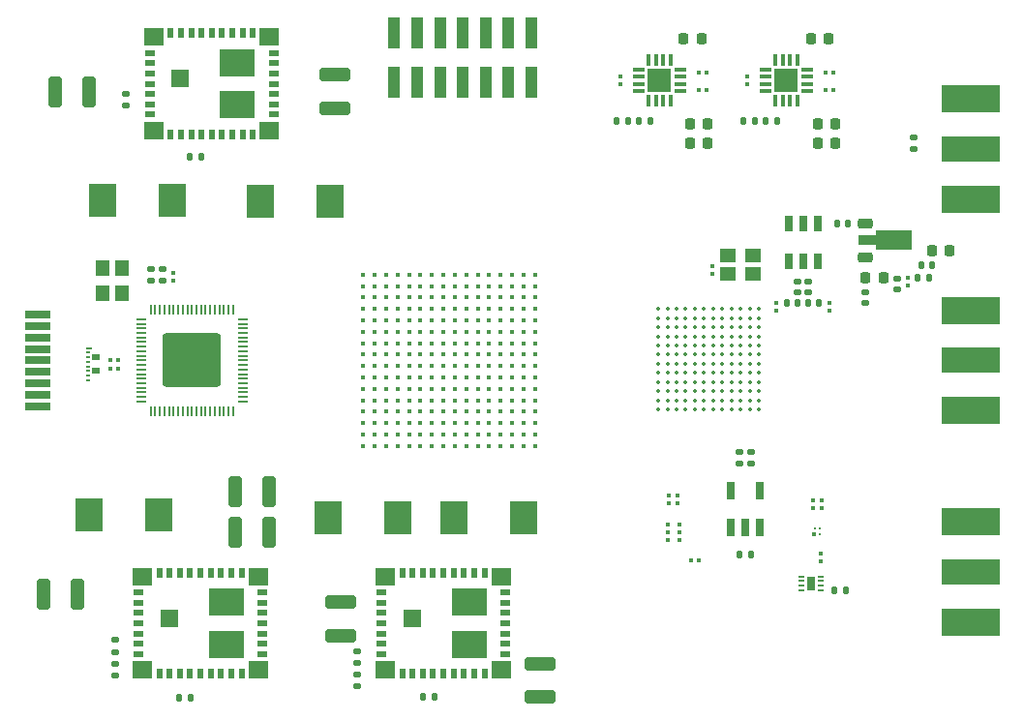
<source format=gtp>
%TF.GenerationSoftware,KiCad,Pcbnew,8.0.1*%
%TF.CreationDate,2024-04-14T19:48:43+02:00*%
%TF.ProjectId,start_1,73746172-745f-4312-9e6b-696361645f70,rev?*%
%TF.SameCoordinates,Original*%
%TF.FileFunction,Paste,Top*%
%TF.FilePolarity,Positive*%
%FSLAX46Y46*%
G04 Gerber Fmt 4.6, Leading zero omitted, Abs format (unit mm)*
G04 Created by KiCad (PCBNEW 8.0.1) date 2024-04-14 19:48:43*
%MOMM*%
%LPD*%
G01*
G04 APERTURE LIST*
G04 Aperture macros list*
%AMRoundRect*
0 Rectangle with rounded corners*
0 $1 Rounding radius*
0 $2 $3 $4 $5 $6 $7 $8 $9 X,Y pos of 4 corners*
0 Add a 4 corners polygon primitive as box body*
4,1,4,$2,$3,$4,$5,$6,$7,$8,$9,$2,$3,0*
0 Add four circle primitives for the rounded corners*
1,1,$1+$1,$2,$3*
1,1,$1+$1,$4,$5*
1,1,$1+$1,$6,$7*
1,1,$1+$1,$8,$9*
0 Add four rect primitives between the rounded corners*
20,1,$1+$1,$2,$3,$4,$5,0*
20,1,$1+$1,$4,$5,$6,$7,0*
20,1,$1+$1,$6,$7,$8,$9,0*
20,1,$1+$1,$8,$9,$2,$3,0*%
%AMFreePoly0*
4,1,9,3.862500,-0.866500,0.737500,-0.866500,0.737500,-0.450000,-0.737500,-0.450000,-0.737500,0.450000,0.737500,0.450000,0.737500,0.866500,3.862500,0.866500,3.862500,-0.866500,3.862500,-0.866500,$1*%
G04 Aperture macros list end*
%ADD10R,0.355600X1.016000*%
%ADD11R,1.016000X0.355600*%
%ADD12R,2.108200X2.108200*%
%ADD13RoundRect,0.050000X-0.387500X0.050000X-0.387500X-0.050000X0.387500X-0.050000X0.387500X0.050000X0*%
%ADD14RoundRect,0.050000X-0.050000X0.387500X-0.050000X-0.387500X0.050000X-0.387500X0.050000X0.387500X0*%
%ADD15RoundRect,0.250001X-2.294999X2.089999X-2.294999X-2.089999X2.294999X-2.089999X2.294999X2.089999X0*%
%ADD16RoundRect,0.079500X-0.100500X0.079500X-0.100500X-0.079500X0.100500X-0.079500X0.100500X0.079500X0*%
%ADD17RoundRect,0.079500X-0.079500X-0.100500X0.079500X-0.100500X0.079500X0.100500X-0.079500X0.100500X0*%
%ADD18RoundRect,0.225000X-0.425000X-0.225000X0.425000X-0.225000X0.425000X0.225000X-0.425000X0.225000X0*%
%ADD19FreePoly0,0.000000*%
%ADD20R,2.400000X2.900000*%
%ADD21R,1.700000X1.600000*%
%ADD22R,0.600000X0.950000*%
%ADD23R,0.950000X0.600000*%
%ADD24R,1.600000X1.600000*%
%ADD25R,3.100000X2.350000*%
%ADD26R,5.080000X2.290000*%
%ADD27R,5.080000X2.420000*%
%ADD28RoundRect,0.250000X-1.100000X0.325000X-1.100000X-0.325000X1.100000X-0.325000X1.100000X0.325000X0*%
%ADD29RoundRect,0.140000X-0.170000X0.140000X-0.170000X-0.140000X0.170000X-0.140000X0.170000X0.140000X0*%
%ADD30C,0.400000*%
%ADD31RoundRect,0.225000X-0.225000X-0.250000X0.225000X-0.250000X0.225000X0.250000X-0.225000X0.250000X0*%
%ADD32RoundRect,0.079500X0.100500X-0.079500X0.100500X0.079500X-0.100500X0.079500X-0.100500X-0.079500X0*%
%ADD33RoundRect,0.135000X-0.135000X-0.185000X0.135000X-0.185000X0.135000X0.185000X-0.135000X0.185000X0*%
%ADD34RoundRect,0.135000X0.135000X0.185000X-0.135000X0.185000X-0.135000X-0.185000X0.135000X-0.185000X0*%
%ADD35RoundRect,0.250000X0.325000X1.100000X-0.325000X1.100000X-0.325000X-1.100000X0.325000X-1.100000X0*%
%ADD36RoundRect,0.147500X-0.147500X-0.172500X0.147500X-0.172500X0.147500X0.172500X-0.147500X0.172500X0*%
%ADD37RoundRect,0.140000X-0.140000X-0.170000X0.140000X-0.170000X0.140000X0.170000X-0.140000X0.170000X0*%
%ADD38RoundRect,0.218750X0.218750X0.256250X-0.218750X0.256250X-0.218750X-0.256250X0.218750X-0.256250X0*%
%ADD39R,0.736600X1.447800*%
%ADD40R,0.600000X0.200000*%
%ADD41R,0.750000X1.250000*%
%ADD42RoundRect,0.135000X-0.185000X0.135000X-0.185000X-0.135000X0.185000X-0.135000X0.185000X0.135000X0*%
%ADD43R,1.400000X1.150000*%
%ADD44R,0.990600X2.743200*%
%ADD45R,2.300000X0.700000*%
%ADD46RoundRect,0.140000X0.170000X-0.140000X0.170000X0.140000X-0.170000X0.140000X-0.170000X-0.140000X0*%
%ADD47RoundRect,0.135000X0.185000X-0.135000X0.185000X0.135000X-0.185000X0.135000X-0.185000X-0.135000X0*%
%ADD48R,0.300000X0.300000*%
%ADD49R,0.250000X0.250000*%
%ADD50R,0.760000X1.650000*%
%ADD51RoundRect,0.250000X1.100000X-0.325000X1.100000X0.325000X-1.100000X0.325000X-1.100000X-0.325000X0*%
%ADD52RoundRect,0.140000X0.140000X0.170000X-0.140000X0.170000X-0.140000X-0.170000X0.140000X-0.170000X0*%
%ADD53R,0.330000X0.410000*%
%ADD54C,0.355600*%
%ADD55R,1.200000X1.400000*%
%ADD56R,0.508000X0.254000*%
%ADD57R,0.406400X0.254000*%
%ADD58R,0.660400X0.508000*%
%ADD59RoundRect,0.147500X0.147500X0.172500X-0.147500X0.172500X-0.147500X-0.172500X0.147500X-0.172500X0*%
G04 APERTURE END LIST*
D10*
%TO.C,IC5*%
X213965200Y-163196600D03*
X213330200Y-163196600D03*
X212669800Y-163196600D03*
X212034800Y-163196600D03*
D11*
X211196600Y-164034800D03*
X211196600Y-164669800D03*
X211196600Y-165330200D03*
X211196600Y-165965200D03*
D10*
X212034800Y-166803400D03*
X212669800Y-166803400D03*
X213330200Y-166803400D03*
X213965200Y-166803400D03*
D11*
X214803400Y-165965200D03*
X214803400Y-165330200D03*
X214803400Y-164669800D03*
X214803400Y-164034800D03*
D12*
X213000000Y-165000000D03*
%TD*%
D10*
%TO.C,IC4*%
X202875600Y-163196600D03*
X202240600Y-163196600D03*
X201580200Y-163196600D03*
X200945200Y-163196600D03*
D11*
X200107000Y-164034800D03*
X200107000Y-164669800D03*
X200107000Y-165330200D03*
X200107000Y-165965200D03*
D10*
X200945200Y-166803400D03*
X201580200Y-166803400D03*
X202240600Y-166803400D03*
X202875600Y-166803400D03*
D11*
X203713800Y-165965200D03*
X203713800Y-165330200D03*
X203713800Y-164669800D03*
X203713800Y-164034800D03*
D12*
X201910400Y-165000000D03*
%TD*%
D13*
%TO.C,U4*%
X165437500Y-185900000D03*
X165437500Y-186300000D03*
X165437500Y-186700000D03*
X165437500Y-187100000D03*
X165437500Y-187500000D03*
X165437500Y-187900000D03*
X165437500Y-188300000D03*
X165437500Y-188700000D03*
X165437500Y-189100000D03*
X165437500Y-189500000D03*
X165437500Y-189900000D03*
X165437500Y-190300000D03*
X165437500Y-190700000D03*
X165437500Y-191100000D03*
X165437500Y-191500000D03*
X165437500Y-191900000D03*
X165437500Y-192300000D03*
X165437500Y-192700000D03*
X165437500Y-193100000D03*
D14*
X164600000Y-193937500D03*
X164200000Y-193937500D03*
X163800000Y-193937500D03*
X163400000Y-193937500D03*
X163000000Y-193937500D03*
X162600000Y-193937500D03*
X162200000Y-193937500D03*
X161800000Y-193937500D03*
X161400000Y-193937500D03*
X161000000Y-193937500D03*
X160600000Y-193937500D03*
X160200000Y-193937500D03*
X159800000Y-193937500D03*
X159400000Y-193937500D03*
X159000000Y-193937500D03*
X158600000Y-193937500D03*
X158200000Y-193937500D03*
X157800000Y-193937500D03*
X157400000Y-193937500D03*
D13*
X156562500Y-193100000D03*
X156562500Y-192700000D03*
X156562500Y-192300000D03*
X156562500Y-191900000D03*
X156562500Y-191500000D03*
X156562500Y-191100000D03*
X156562500Y-190700000D03*
X156562500Y-190300000D03*
X156562500Y-189900000D03*
X156562500Y-189500000D03*
X156562500Y-189100000D03*
X156562500Y-188700000D03*
X156562500Y-188300000D03*
X156562500Y-187900000D03*
X156562500Y-187500000D03*
X156562500Y-187100000D03*
X156562500Y-186700000D03*
X156562500Y-186300000D03*
X156562500Y-185900000D03*
D14*
X157400000Y-185062500D03*
X157800000Y-185062500D03*
X158200000Y-185062500D03*
X158600000Y-185062500D03*
X159000000Y-185062500D03*
X159400000Y-185062500D03*
X159800000Y-185062500D03*
X160200000Y-185062500D03*
X160600000Y-185062500D03*
X161000000Y-185062500D03*
X161400000Y-185062500D03*
X161800000Y-185062500D03*
X162200000Y-185062500D03*
X162600000Y-185062500D03*
X163000000Y-185062500D03*
X163400000Y-185062500D03*
X163800000Y-185062500D03*
X164200000Y-185062500D03*
X164600000Y-185062500D03*
D15*
X161000000Y-189500000D03*
%TD*%
D16*
%TO.C,C119*%
X223600000Y-182970000D03*
X223600000Y-182280000D03*
%TD*%
D17*
%TO.C,C98*%
X217115000Y-165850000D03*
X216425000Y-165850000D03*
%TD*%
D18*
%TO.C,U6*%
X219950000Y-177500000D03*
D19*
X220037500Y-179000000D03*
D18*
X219950000Y-180500000D03*
%TD*%
D20*
%TO.C,C76*%
X153200000Y-175500000D03*
X159300000Y-175500000D03*
%TD*%
D16*
%TO.C,C105*%
X202750000Y-202000000D03*
X202750000Y-201310000D03*
%TD*%
%TO.C,C116*%
X216000000Y-207065000D03*
X216000000Y-206375000D03*
%TD*%
D21*
%TO.C,IC3*%
X156700000Y-216600000D03*
D22*
X158150000Y-216925000D03*
X159050000Y-216925000D03*
X159950000Y-216925000D03*
X160850000Y-216925000D03*
X161750000Y-216925000D03*
X162650000Y-216925000D03*
X163550000Y-216925000D03*
X164450000Y-216925000D03*
X165350000Y-216925000D03*
D21*
X166800000Y-216600000D03*
D23*
X167175000Y-215200000D03*
X167175000Y-214300000D03*
X167175000Y-213400000D03*
X167175000Y-212500000D03*
X167175000Y-211600000D03*
X167175000Y-210700000D03*
X167175000Y-209800000D03*
D21*
X166800000Y-208400000D03*
D22*
X165350000Y-208075000D03*
X164450000Y-208075000D03*
X163550000Y-208075000D03*
X162650000Y-208075000D03*
X161750000Y-208075000D03*
X160850000Y-208075000D03*
X159950000Y-208075000D03*
X159050000Y-208075000D03*
X158150000Y-208075000D03*
D21*
X156700000Y-208400000D03*
D23*
X156325000Y-209800000D03*
X156325000Y-210700000D03*
X156325000Y-211600000D03*
X156325000Y-212500000D03*
X156325000Y-213400000D03*
X156325000Y-214300000D03*
X156325000Y-215200000D03*
D24*
X159000000Y-212050000D03*
D25*
X164000000Y-214335000D03*
X164000000Y-210665000D03*
%TD*%
D26*
%TO.C,J3*%
X229130000Y-189500000D03*
D27*
X229130000Y-193880000D03*
X229130000Y-185120000D03*
%TD*%
D16*
%TO.C,C104*%
X216100000Y-202445000D03*
X216100000Y-201755000D03*
%TD*%
D28*
%TO.C,C78*%
X174000000Y-210650000D03*
X174000000Y-213600000D03*
%TD*%
D29*
%TO.C,C121*%
X209900000Y-197530000D03*
X209900000Y-198490000D03*
%TD*%
D30*
%TO.C,U1*%
X191000000Y-197000000D03*
X190000000Y-197000000D03*
X189000000Y-197000000D03*
X188000000Y-197000000D03*
X187000000Y-197000000D03*
X186000000Y-197000000D03*
X185000000Y-197000000D03*
X184000000Y-197000000D03*
X183000000Y-197000000D03*
X182000000Y-197000000D03*
X181000000Y-197000000D03*
X180000000Y-197000000D03*
X179000000Y-197000000D03*
X178000000Y-197000000D03*
X177000000Y-197000000D03*
X176000000Y-197000000D03*
X191000000Y-196000000D03*
X190000000Y-196000000D03*
X189000000Y-196000000D03*
X188000000Y-196000000D03*
X187000000Y-196000000D03*
X186000000Y-196000000D03*
X185000000Y-196000000D03*
X184000000Y-196000000D03*
X183000000Y-196000000D03*
X182000000Y-196000000D03*
X181000000Y-196000000D03*
X180000000Y-196000000D03*
X179000000Y-196000000D03*
X178000000Y-196000000D03*
X177000000Y-196000000D03*
X176000000Y-196000000D03*
X191000000Y-195000000D03*
X190000000Y-195000000D03*
X189000000Y-195000000D03*
X188000000Y-195000000D03*
X187000000Y-195000000D03*
X186000000Y-195000000D03*
X185000000Y-195000000D03*
X184000000Y-195000000D03*
X183000000Y-195000000D03*
X182000000Y-195000000D03*
X181000000Y-195000000D03*
X180000000Y-195000000D03*
X179000000Y-195000000D03*
X178000000Y-195000000D03*
X177000000Y-195000000D03*
X176000000Y-195000000D03*
X191000000Y-194000000D03*
X190000000Y-194000000D03*
X189000000Y-194000000D03*
X188000000Y-194000000D03*
X187000000Y-194000000D03*
X186000000Y-194000000D03*
X185000000Y-194000000D03*
X184000000Y-194000000D03*
X183000000Y-194000000D03*
X182000000Y-194000000D03*
X181000000Y-194000000D03*
X180000000Y-194000000D03*
X179000000Y-194000000D03*
X178000000Y-194000000D03*
X177000000Y-194000000D03*
X176000000Y-194000000D03*
X191000000Y-193000000D03*
X190000000Y-193000000D03*
X189000000Y-193000000D03*
X188000000Y-193000000D03*
X187000000Y-193000000D03*
X186000000Y-193000000D03*
X185000000Y-193000000D03*
X184000000Y-193000000D03*
X183000000Y-193000000D03*
X182000000Y-193000000D03*
X181000000Y-193000000D03*
X180000000Y-193000000D03*
X179000000Y-193000000D03*
X178000000Y-193000000D03*
X177000000Y-193000000D03*
X176000000Y-193000000D03*
X191000000Y-192000000D03*
X190000000Y-192000000D03*
X189000000Y-192000000D03*
X188000000Y-192000000D03*
X187000000Y-192000000D03*
X186000000Y-192000000D03*
X185000000Y-192000000D03*
X184000000Y-192000000D03*
X183000000Y-192000000D03*
X182000000Y-192000000D03*
X181000000Y-192000000D03*
X180000000Y-192000000D03*
X179000000Y-192000000D03*
X178000000Y-192000000D03*
X177000000Y-192000000D03*
X176000000Y-192000000D03*
X191000000Y-191000000D03*
X190000000Y-191000000D03*
X189000000Y-191000000D03*
X188000000Y-191000000D03*
X187000000Y-191000000D03*
X186000000Y-191000000D03*
X185000000Y-191000000D03*
X184000000Y-191000000D03*
X183000000Y-191000000D03*
X182000000Y-191000000D03*
X181000000Y-191000000D03*
X180000000Y-191000000D03*
X179000000Y-191000000D03*
X178000000Y-191000000D03*
X177000000Y-191000000D03*
X176000000Y-191000000D03*
X191000000Y-190000000D03*
X190000000Y-190000000D03*
X189000000Y-190000000D03*
X188000000Y-190000000D03*
X187000000Y-190000000D03*
X186000000Y-190000000D03*
X185000000Y-190000000D03*
X184000000Y-190000000D03*
X183000000Y-190000000D03*
X182000000Y-190000000D03*
X181000000Y-190000000D03*
X180000000Y-190000000D03*
X179000000Y-190000000D03*
X178000000Y-190000000D03*
X177000000Y-190000000D03*
X176000000Y-190000000D03*
X191000000Y-189000000D03*
X190000000Y-189000000D03*
X189000000Y-189000000D03*
X188000000Y-189000000D03*
X187000000Y-189000000D03*
X186000000Y-189000000D03*
X185000000Y-189000000D03*
X184000000Y-189000000D03*
X183000000Y-189000000D03*
X182000000Y-189000000D03*
X181000000Y-189000000D03*
X180000000Y-189000000D03*
X179000000Y-189000000D03*
X178000000Y-189000000D03*
X177000000Y-189000000D03*
X176000000Y-189000000D03*
X191000000Y-188000000D03*
X190000000Y-188000000D03*
X189000000Y-188000000D03*
X188000000Y-188000000D03*
X187000000Y-188000000D03*
X186000000Y-188000000D03*
X185000000Y-188000000D03*
X184000000Y-188000000D03*
X183000000Y-188000000D03*
X182000000Y-188000000D03*
X181000000Y-188000000D03*
X180000000Y-188000000D03*
X179000000Y-188000000D03*
X178000000Y-188000000D03*
X177000000Y-188000000D03*
X176000000Y-188000000D03*
X191000000Y-187000000D03*
X190000000Y-187000000D03*
X189000000Y-187000000D03*
X188000000Y-187000000D03*
X187000000Y-187000000D03*
X186000000Y-187000000D03*
X185000000Y-187000000D03*
X184000000Y-187000000D03*
X183000000Y-187000000D03*
X182000000Y-187000000D03*
X181000000Y-187000000D03*
X180000000Y-187000000D03*
X179000000Y-187000000D03*
X178000000Y-187000000D03*
X177000000Y-187000000D03*
X176000000Y-187000000D03*
X191000000Y-186000000D03*
X190000000Y-186000000D03*
X189000000Y-186000000D03*
X188000000Y-186000000D03*
X187000000Y-186000000D03*
X186000000Y-186000000D03*
X185000000Y-186000000D03*
X184000000Y-186000000D03*
X183000000Y-186000000D03*
X182000000Y-186000000D03*
X181000000Y-186000000D03*
X180000000Y-186000000D03*
X179000000Y-186000000D03*
X178000000Y-186000000D03*
X177000000Y-186000000D03*
X176000000Y-186000000D03*
X191000000Y-185000000D03*
X190000000Y-185000000D03*
X189000000Y-185000000D03*
X188000000Y-185000000D03*
X187000000Y-185000000D03*
X186000000Y-185000000D03*
X185000000Y-185000000D03*
X184000000Y-185000000D03*
X183000000Y-185000000D03*
X182000000Y-185000000D03*
X181000000Y-185000000D03*
X180000000Y-185000000D03*
X179000000Y-185000000D03*
X178000000Y-185000000D03*
X177000000Y-185000000D03*
X176000000Y-185000000D03*
X191000000Y-184000000D03*
X190000000Y-184000000D03*
X189000000Y-184000000D03*
X188000000Y-184000000D03*
X187000000Y-184000000D03*
X186000000Y-184000000D03*
X185000000Y-184000000D03*
X184000000Y-184000000D03*
X183000000Y-184000000D03*
X182000000Y-184000000D03*
X181000000Y-184000000D03*
X180000000Y-184000000D03*
X179000000Y-184000000D03*
X178000000Y-184000000D03*
X177000000Y-184000000D03*
X176000000Y-184000000D03*
X191000000Y-183000000D03*
X190000000Y-183000000D03*
X189000000Y-183000000D03*
X188000000Y-183000000D03*
X187000000Y-183000000D03*
X186000000Y-183000000D03*
X185000000Y-183000000D03*
X184000000Y-183000000D03*
X183000000Y-183000000D03*
X182000000Y-183000000D03*
X181000000Y-183000000D03*
X180000000Y-183000000D03*
X179000000Y-183000000D03*
X178000000Y-183000000D03*
X177000000Y-183000000D03*
X176000000Y-183000000D03*
X191000000Y-182000000D03*
X190000000Y-182000000D03*
X189000000Y-182000000D03*
X188000000Y-182000000D03*
X187000000Y-182000000D03*
X186000000Y-182000000D03*
X185000000Y-182000000D03*
X184000000Y-182000000D03*
X183000000Y-182000000D03*
X182000000Y-182000000D03*
X181000000Y-182000000D03*
X180000000Y-182000000D03*
X179000000Y-182000000D03*
X178000000Y-182000000D03*
X177000000Y-182000000D03*
X176000000Y-182000000D03*
%TD*%
D26*
%TO.C,J4*%
X229130000Y-208000000D03*
D27*
X229130000Y-212380000D03*
X229130000Y-203620000D03*
%TD*%
D31*
%TO.C,C93*%
X204582000Y-168850000D03*
X206132000Y-168850000D03*
%TD*%
D32*
%TO.C,C154*%
X206500000Y-181255000D03*
X206500000Y-181945000D03*
%TD*%
%TO.C,C92*%
X209600000Y-164655000D03*
X209600000Y-165345000D03*
%TD*%
D29*
%TO.C,C117*%
X208900000Y-197530000D03*
X208900000Y-198490000D03*
%TD*%
D17*
%TO.C,C89*%
X206045000Y-164350000D03*
X205355000Y-164350000D03*
%TD*%
D33*
%TO.C,R21*%
X181190000Y-218950000D03*
X182210000Y-218950000D03*
%TD*%
D21*
%TO.C,IC1*%
X177950000Y-216600000D03*
D22*
X179400000Y-216925000D03*
X180300000Y-216925000D03*
X181200000Y-216925000D03*
X182100000Y-216925000D03*
X183000000Y-216925000D03*
X183900000Y-216925000D03*
X184800000Y-216925000D03*
X185700000Y-216925000D03*
X186600000Y-216925000D03*
D21*
X188050000Y-216600000D03*
D23*
X188425000Y-215200000D03*
X188425000Y-214300000D03*
X188425000Y-213400000D03*
X188425000Y-212500000D03*
X188425000Y-211600000D03*
X188425000Y-210700000D03*
X188425000Y-209800000D03*
D21*
X188050000Y-208400000D03*
D22*
X186600000Y-208075000D03*
X185700000Y-208075000D03*
X184800000Y-208075000D03*
X183900000Y-208075000D03*
X183000000Y-208075000D03*
X182100000Y-208075000D03*
X181200000Y-208075000D03*
X180300000Y-208075000D03*
X179400000Y-208075000D03*
D21*
X177950000Y-208400000D03*
D23*
X177575000Y-209800000D03*
X177575000Y-210700000D03*
X177575000Y-211600000D03*
X177575000Y-212500000D03*
X177575000Y-213400000D03*
X177575000Y-214300000D03*
X177575000Y-215200000D03*
D24*
X180250000Y-212050000D03*
D25*
X185250000Y-214335000D03*
X185250000Y-210665000D03*
%TD*%
D34*
%TO.C,R32*%
X210226400Y-168600000D03*
X209206400Y-168600000D03*
%TD*%
D16*
%TO.C,C103*%
X215350000Y-202445000D03*
X215350000Y-201755000D03*
%TD*%
D33*
%TO.C,R23*%
X159890000Y-219000000D03*
X160910000Y-219000000D03*
%TD*%
D17*
%TO.C,C97*%
X206005400Y-165850000D03*
X205315400Y-165850000D03*
%TD*%
D35*
%TO.C,C83*%
X167725000Y-201000000D03*
X164775000Y-201000000D03*
%TD*%
D36*
%TO.C,FB6*%
X224815000Y-181200000D03*
X225785000Y-181200000D03*
%TD*%
D37*
%TO.C,C115*%
X208920000Y-206530000D03*
X209880000Y-206530000D03*
%TD*%
D20*
%TO.C,C85*%
X173050000Y-175600000D03*
X166950000Y-175600000D03*
%TD*%
D37*
%TO.C,C113*%
X217220000Y-209600000D03*
X218180000Y-209600000D03*
%TD*%
D38*
%TO.C,L3*%
X221487500Y-182300000D03*
X219912500Y-182300000D03*
%TD*%
D39*
%TO.C,T3*%
X213230000Y-177523600D03*
X214500000Y-177523600D03*
X215770000Y-177523600D03*
X215770000Y-180876400D03*
X214500000Y-180876400D03*
X213230000Y-180876400D03*
%TD*%
D40*
%TO.C,S1*%
X216050000Y-209600000D03*
X216050000Y-209200000D03*
X216050000Y-208800000D03*
X216050000Y-208400000D03*
X214350000Y-208400000D03*
X214350000Y-208800000D03*
X214350000Y-209200000D03*
X214350000Y-209600000D03*
D41*
X215200000Y-209000000D03*
%TD*%
D16*
%TO.C,C109*%
X216800000Y-185145000D03*
X216800000Y-184455000D03*
%TD*%
D42*
%TO.C,R24*%
X175500000Y-214980000D03*
X175500000Y-216000000D03*
%TD*%
D31*
%TO.C,C125*%
X225725000Y-179900000D03*
X227275000Y-179900000D03*
%TD*%
D16*
%TO.C,C106*%
X203500000Y-202000000D03*
X203500000Y-201310000D03*
%TD*%
D43*
%TO.C,Y2*%
X207900000Y-181925000D03*
X210100000Y-181925000D03*
X210100000Y-180325000D03*
X207900000Y-180325000D03*
%TD*%
D44*
%TO.C,J1*%
X178699999Y-165130001D03*
X178699999Y-160869999D03*
X180700000Y-165130001D03*
X180700000Y-160869999D03*
X182699999Y-165130001D03*
X182699999Y-160869999D03*
X184700000Y-165130001D03*
X184700000Y-160869999D03*
X186700001Y-165130001D03*
X186700001Y-160869999D03*
X188700000Y-165130001D03*
X188700000Y-160869999D03*
X190700001Y-165130001D03*
X190700001Y-160869999D03*
%TD*%
D45*
%TO.C,J2*%
X147500000Y-192500000D03*
X147500000Y-190500000D03*
X147500000Y-188500000D03*
X147500000Y-186500000D03*
X147500000Y-185500000D03*
X147500000Y-187500000D03*
X147500000Y-189500000D03*
X147500000Y-191500000D03*
X147500000Y-193500000D03*
%TD*%
D31*
%TO.C,C87*%
X204025000Y-161400000D03*
X205575000Y-161400000D03*
%TD*%
D33*
%TO.C,R22*%
X160835585Y-171700001D03*
X161855585Y-171700001D03*
%TD*%
D29*
%TO.C,C118*%
X222700000Y-182320000D03*
X222700000Y-183280000D03*
%TD*%
D46*
%TO.C,C108*%
X214000000Y-183560000D03*
X214000000Y-182600000D03*
%TD*%
D28*
%TO.C,C81*%
X191500000Y-216025000D03*
X191500000Y-218975000D03*
%TD*%
D31*
%TO.C,C94*%
X215725000Y-168850000D03*
X217275000Y-168850000D03*
%TD*%
D47*
%TO.C,R26*%
X155245585Y-167210001D03*
X155245585Y-166190001D03*
%TD*%
D17*
%TO.C,C114*%
X205345000Y-207000000D03*
X204655000Y-207000000D03*
%TD*%
D34*
%TO.C,R29*%
X201127000Y-168600000D03*
X200107000Y-168600000D03*
%TD*%
D48*
%TO.C,FL1*%
X215445000Y-204725000D03*
D49*
X215970000Y-204700000D03*
X215970000Y-204200000D03*
X215470000Y-204200000D03*
%TD*%
D31*
%TO.C,C88*%
X215125000Y-161400000D03*
X216675000Y-161400000D03*
%TD*%
D16*
%TO.C,C100*%
X212100000Y-185145000D03*
X212100000Y-184455000D03*
%TD*%
D42*
%TO.C,R27*%
X154250000Y-213980000D03*
X154250000Y-215000000D03*
%TD*%
D35*
%TO.C,C86*%
X167725000Y-204500000D03*
X164775000Y-204500000D03*
%TD*%
D42*
%TO.C,R19*%
X158400000Y-181500000D03*
X158400000Y-182520000D03*
%TD*%
D50*
%TO.C,T1*%
X210670000Y-204080000D03*
X209400000Y-204080000D03*
X208130000Y-204080000D03*
X208130000Y-200900000D03*
X210670000Y-200900000D03*
%TD*%
D37*
%TO.C,C110*%
X217420000Y-177500000D03*
X218380000Y-177500000D03*
%TD*%
D51*
%TO.C,C82*%
X173500000Y-167475000D03*
X173500000Y-164525000D03*
%TD*%
D34*
%TO.C,R30*%
X199127000Y-168600000D03*
X198107000Y-168600000D03*
%TD*%
D52*
%TO.C,C122*%
X225480000Y-182300000D03*
X224520000Y-182300000D03*
%TD*%
D34*
%TO.C,R31*%
X212206600Y-168600000D03*
X211186600Y-168600000D03*
%TD*%
D53*
%TO.C,T2*%
X203620000Y-205220000D03*
X203620000Y-204560000D03*
X203620000Y-203900000D03*
X202630000Y-203900000D03*
X202630000Y-204560000D03*
X202630000Y-205220000D03*
%TD*%
D31*
%TO.C,C95*%
X204582000Y-170500000D03*
X206132000Y-170500000D03*
%TD*%
D26*
%TO.C,J5*%
X229130000Y-171000000D03*
D27*
X229130000Y-175380000D03*
X229130000Y-166620000D03*
%TD*%
D32*
%TO.C,C91*%
X198500000Y-164655000D03*
X198500000Y-165345000D03*
%TD*%
%TO.C,C74*%
X159400000Y-181855000D03*
X159400000Y-182545000D03*
%TD*%
D46*
%TO.C,C107*%
X214950000Y-183560000D03*
X214950000Y-182600000D03*
%TD*%
D54*
%TO.C,U5*%
X201800000Y-193800000D03*
X201800000Y-193000000D03*
X201800000Y-192200000D03*
X201800000Y-191400000D03*
X201800000Y-190600000D03*
X201800000Y-189800000D03*
X201800000Y-189000000D03*
X201800000Y-188200000D03*
X201800000Y-187400000D03*
X201800000Y-186600001D03*
X201800000Y-185800001D03*
X201800000Y-185000001D03*
X202600000Y-193800000D03*
X202600000Y-193000000D03*
X202600000Y-192200000D03*
X202600000Y-191400000D03*
X202600000Y-190600000D03*
X202600000Y-189800000D03*
X202600000Y-189000000D03*
X202600000Y-188200000D03*
X202600000Y-187400000D03*
X202600000Y-186600001D03*
X202600000Y-185800001D03*
X202600000Y-185000001D03*
X203400000Y-193800000D03*
X203400000Y-193000000D03*
X203400000Y-192200000D03*
X203400000Y-191400000D03*
X203400000Y-190600000D03*
X203400000Y-189800000D03*
X203400000Y-189000000D03*
X203400000Y-188200000D03*
X203400000Y-187400000D03*
X203400000Y-186600001D03*
X203400000Y-185800001D03*
X203400000Y-185000001D03*
X204200000Y-193800000D03*
X204200000Y-193000000D03*
X204200000Y-192200000D03*
X204200000Y-191400000D03*
X204200000Y-190600000D03*
X204200000Y-189800000D03*
X204200000Y-189000000D03*
X204200000Y-188200000D03*
X204200000Y-187400000D03*
X204200000Y-186600001D03*
X204200000Y-185800001D03*
X204200000Y-185000001D03*
X205000000Y-193800000D03*
X205000000Y-193000000D03*
X205000000Y-192200000D03*
X205000000Y-191400000D03*
X205000000Y-190600000D03*
X205000000Y-189800000D03*
X205000000Y-189000000D03*
X205000000Y-188200000D03*
X205000000Y-187400000D03*
X205000000Y-186600001D03*
X205000000Y-185800001D03*
X205000000Y-185000001D03*
X205800000Y-193800000D03*
X205800000Y-193000000D03*
X205800000Y-192200000D03*
X205800000Y-191400000D03*
X205800000Y-190600000D03*
X205800000Y-189800000D03*
X205800000Y-189000000D03*
X205800000Y-188200000D03*
X205800000Y-187400000D03*
X205800000Y-186600001D03*
X205800000Y-185800001D03*
X205800000Y-185000001D03*
X206600000Y-193800000D03*
X206600000Y-193000000D03*
X206600000Y-192200000D03*
X206600000Y-191400000D03*
X206600000Y-190600000D03*
X206600000Y-189800000D03*
X206600000Y-189000000D03*
X206600000Y-188200000D03*
X206600000Y-187400000D03*
X206600000Y-186600001D03*
X206600000Y-185800001D03*
X206600000Y-185000001D03*
X207400000Y-193800000D03*
X207400000Y-193000000D03*
X207400000Y-192200000D03*
X207400000Y-191400000D03*
X207400000Y-190600000D03*
X207400000Y-189800000D03*
X207400000Y-189000000D03*
X207400000Y-188200000D03*
X207400000Y-187400000D03*
X207400000Y-186600001D03*
X207400000Y-185800001D03*
X207400000Y-185000001D03*
X208200000Y-193800000D03*
X208200000Y-193000000D03*
X208200000Y-192200000D03*
X208200000Y-191400000D03*
X208200000Y-190600000D03*
X208200000Y-189800000D03*
X208200000Y-189000000D03*
X208200000Y-188200000D03*
X208200000Y-187400000D03*
X208200000Y-186600001D03*
X208200000Y-185800001D03*
X208200000Y-185000001D03*
X208999999Y-193800000D03*
X208999999Y-193000000D03*
X208999999Y-192200000D03*
X208999999Y-191400000D03*
X208999999Y-190600000D03*
X208999999Y-189800000D03*
X208999999Y-189000000D03*
X208999999Y-188200000D03*
X208999999Y-187400000D03*
X208999999Y-186600001D03*
X208999999Y-185800001D03*
X208999999Y-185000001D03*
X209799999Y-193800000D03*
X209799999Y-193000000D03*
X209799999Y-192200000D03*
X209799999Y-191400000D03*
X209799999Y-190600000D03*
X209799999Y-189800000D03*
X209799999Y-189000000D03*
X209799999Y-188200000D03*
X209799999Y-187400000D03*
X209799999Y-186600001D03*
X209799999Y-185800001D03*
X209799999Y-185000001D03*
X210599999Y-193800000D03*
X210599999Y-193000000D03*
X210599999Y-192200000D03*
X210599999Y-191400000D03*
X210599999Y-190600000D03*
X210599999Y-189800000D03*
X210599999Y-189000000D03*
X210599999Y-188200000D03*
X210599999Y-187400000D03*
X210599999Y-186600001D03*
X210599999Y-185800001D03*
X210599999Y-185000001D03*
%TD*%
D20*
%TO.C,C75*%
X172950000Y-203250000D03*
X179050000Y-203250000D03*
%TD*%
D35*
%TO.C,C79*%
X151975000Y-166000000D03*
X149025000Y-166000000D03*
%TD*%
D31*
%TO.C,C96*%
X215725000Y-170500000D03*
X217275000Y-170500000D03*
%TD*%
D42*
%TO.C,R18*%
X157400000Y-181490000D03*
X157400000Y-182510000D03*
%TD*%
D29*
%TO.C,C111*%
X219900000Y-183520000D03*
X219900000Y-184480000D03*
%TD*%
D35*
%TO.C,C80*%
X150975000Y-210000000D03*
X148025000Y-210000000D03*
%TD*%
D47*
%TO.C,R35*%
X224100000Y-171010000D03*
X224100000Y-169990000D03*
%TD*%
D36*
%TO.C,L1*%
X213030000Y-184500000D03*
X214000000Y-184500000D03*
%TD*%
D17*
%TO.C,C60*%
X154525000Y-190200000D03*
X153835000Y-190200000D03*
%TD*%
D55*
%TO.C,Y1*%
X153150000Y-181400000D03*
X153150000Y-183600000D03*
X154850000Y-183600000D03*
X154850000Y-181400000D03*
%TD*%
D20*
%TO.C,C84*%
X190048972Y-203250000D03*
X183948972Y-203250000D03*
%TD*%
D17*
%TO.C,C90*%
X217095000Y-164350000D03*
X216405000Y-164350000D03*
%TD*%
D20*
%TO.C,C77*%
X152000000Y-203050000D03*
X158100000Y-203050000D03*
%TD*%
D42*
%TO.C,R28*%
X154250000Y-216055000D03*
X154250000Y-217075000D03*
%TD*%
D56*
%TO.C,U3*%
X152000000Y-188430000D03*
D57*
X151949200Y-188829999D03*
X151949200Y-189230001D03*
X151949200Y-189630000D03*
X151949200Y-190030000D03*
X151949200Y-190429999D03*
X151949200Y-190830001D03*
X151949200Y-191230000D03*
D58*
X152622198Y-190424999D03*
X152622198Y-189235001D03*
%TD*%
D59*
%TO.C,L2*%
X215870000Y-184500000D03*
X214900000Y-184500000D03*
%TD*%
D21*
%TO.C,IC2*%
X157695585Y-169400001D03*
D22*
X159145585Y-169725001D03*
X160045585Y-169725001D03*
X160945585Y-169725001D03*
X161845585Y-169725001D03*
X162745585Y-169725001D03*
X163645585Y-169725001D03*
X164545585Y-169725001D03*
X165445585Y-169725001D03*
X166345585Y-169725001D03*
D21*
X167795585Y-169400001D03*
D23*
X168170585Y-168000001D03*
X168170585Y-167100001D03*
X168170585Y-166200001D03*
X168170585Y-165300001D03*
X168170585Y-164400001D03*
X168170585Y-163500001D03*
X168170585Y-162600001D03*
D21*
X167795585Y-161200001D03*
D22*
X166345585Y-160875001D03*
X165445585Y-160875001D03*
X164545585Y-160875001D03*
X163645585Y-160875001D03*
X162745585Y-160875001D03*
X161845585Y-160875001D03*
X160945585Y-160875001D03*
X160045585Y-160875001D03*
X159145585Y-160875001D03*
D21*
X157695585Y-161200001D03*
D23*
X157320585Y-162600001D03*
X157320585Y-163500001D03*
X157320585Y-164400001D03*
X157320585Y-165300001D03*
X157320585Y-166200001D03*
X157320585Y-167100001D03*
X157320585Y-168000001D03*
D24*
X159995585Y-164850001D03*
D25*
X164995585Y-167135001D03*
X164995585Y-163465001D03*
%TD*%
D17*
%TO.C,C59*%
X154525000Y-189500000D03*
X153835000Y-189500000D03*
%TD*%
D42*
%TO.C,R25*%
X175500000Y-216980000D03*
X175500000Y-218000000D03*
%TD*%
M02*

</source>
